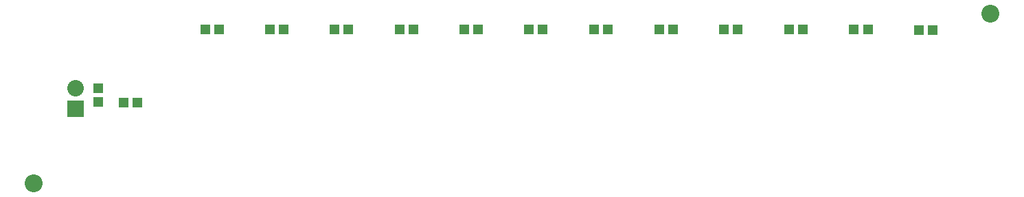
<source format=gbr>
G04 EAGLE Gerber RS-274X export*
G75*
%MOMM*%
%FSLAX34Y34*%
%LPD*%
%INSoldermask Top*%
%IPPOS*%
%AMOC8*
5,1,8,0,0,1.08239X$1,22.5*%
G01*
%ADD10C,2.203200*%
%ADD11R,1.203200X1.303200*%
%ADD12R,2.036000X2.036000*%
%ADD13C,2.036000*%


D10*
X-20000Y20000D03*
X1160000Y230000D03*
D11*
X848600Y210200D03*
X831600Y210200D03*
X928800Y210200D03*
X911800Y210200D03*
X208800Y210200D03*
X191800Y210200D03*
X288700Y210200D03*
X271700Y210200D03*
X368200Y210200D03*
X351200Y210200D03*
X448700Y210200D03*
X431700Y210200D03*
X528200Y210200D03*
X511200Y210200D03*
X608100Y210200D03*
X591100Y210200D03*
X688600Y210200D03*
X671600Y210200D03*
X768800Y210200D03*
X751800Y210200D03*
X1008700Y210200D03*
X991700Y210200D03*
D12*
X32000Y112200D03*
D13*
X32000Y137600D03*
D11*
X60000Y120500D03*
X60000Y137500D03*
X108500Y120000D03*
X91500Y120000D03*
X1088500Y210000D03*
X1071500Y210000D03*
M02*

</source>
